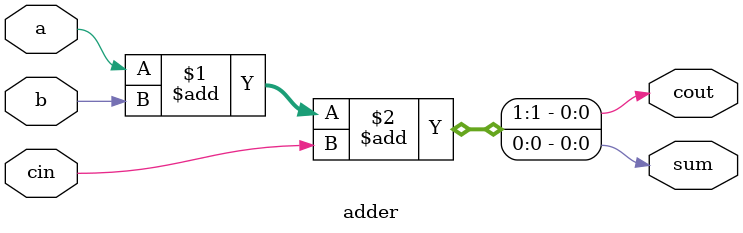
<source format=v>
module adder #(
	parameter BIT_WIDTH = 1
) (
	output wire cout,
	output wire [BIT_WIDTH - 1:0] sum,
	input wire cin,
	input wire [BIT_WIDTH - 1:0] a, b
);

	assign {cout, sum} = a + b + cin;

endmodule

</source>
